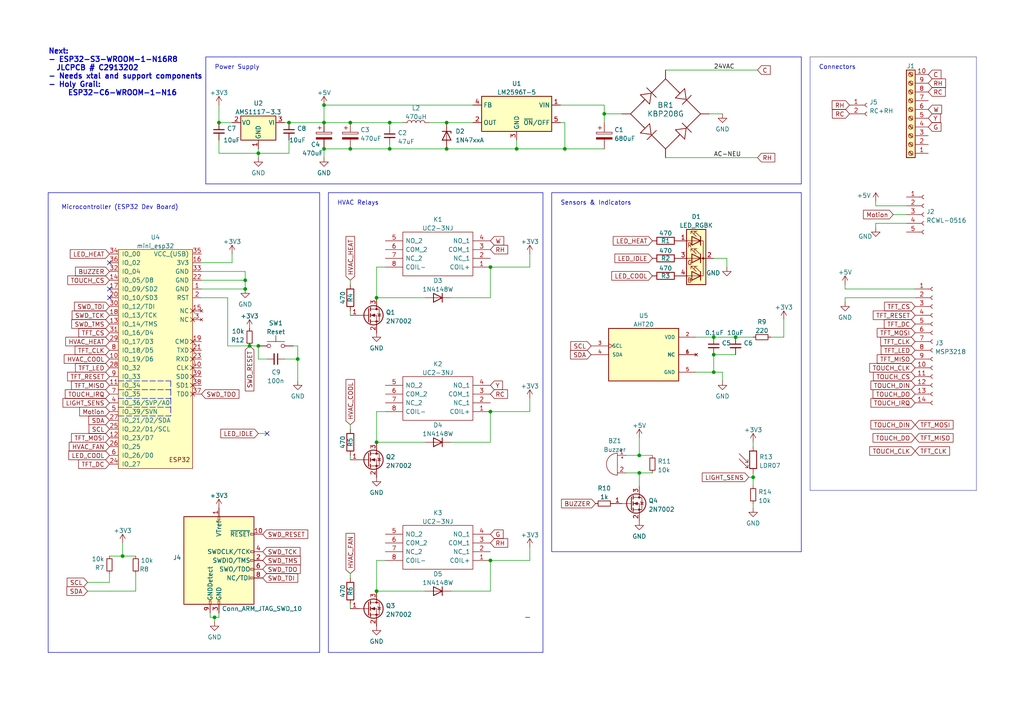
<source format=kicad_sch>
(kicad_sch (version 20211123) (generator eeschema)
  (paper "A4")
  (title_block (title "Smart Thermostat") (date "2023-03-13") (rev "0.02") (company "Steve Meisner") (comment 1 "steve@meisners.net"))
  (junction (at 213.36 97.79))
  (junction (at 142.24 77.47))
  (junction (at 175.26 33.02))
  (junction (at 185.42 132.08))
  (junction (at 207.01 107.95))
  (junction (at 93.98 43.18))
  (junction (at 142.24 119.38))
  (junction (at 71.12 81.28))
  (junction (at 129.54 43.18))
  (junction (at 149.86 43.18))
  (junction (at 163.83 43.18))
  (junction (at 185.42 137.16))
  (junction (at 35.56 161.29))
  (junction (at 218.44 138.43))
  (junction (at 109.22 86.36))
  (junction (at 101.6 43.18))
  (junction (at 109.22 171.45))
  (junction (at 109.22 128.27))
  (junction (at 207.01 97.79))
  (junction (at 101.6 35.56))
  (junction (at 93.98 30.48))
  (junction (at 71.12 83.82))
  (junction (at 113.03 35.56))
  (junction (at 113.03 43.18))
  (junction (at 74.93 44.45))
  (junction (at 72.39 100.33))
  (junction (at 62.23 179.07))
  (junction (at 93.98 35.56))
  (junction (at 142.24 162.56))
  (junction (at 63.5 35.56))
  (junction (at 207.01 102.87))
  (junction (at 86.36 104.14))
  (junction (at 129.54 35.56))
  (junction (at 74.93 100.33))
  (junction (at 83.82 35.56))
  (no_connect (at 31.75 83.82))
  (no_connect (at 31.75 86.36))
  (no_connect (at 77.47 125.73))
  (no_connect (at 31.75 76.2))
  (wire (pts (xy 82.55 35.56) (xy 83.82 35.56)))
  (wire (pts (xy 111.76 77.47) (xy 109.22 77.47)))
  (wire (pts (xy 93.98 35.56) (xy 93.98 30.48)))
  (wire (pts (xy 205.74 33.02) (xy 209.55 33.02)))
  (wire (pts (xy 63.5 44.45) (xy 74.93 44.45)))
  (wire (pts (xy 67.31 35.56) (xy 63.5 35.56)))
  (wire (pts (xy 142.24 86.36) (xy 130.81 86.36)))
  (wire (pts (xy 153.67 119.38) (xy 142.24 119.38)))
  (wire (pts (xy 223.52 97.79) (xy 227.33 97.79)))
  (wire (pts (xy 185.42 132.08) (xy 189.23 132.08)))
  (wire (pts (xy 101.6 166.37) (xy 101.6 167.64)))
  (polyline (pts (xy 232.41 16.51) (xy 232.41 53.34)) (stroke (width 0) (type solid)))
  (wire (pts (xy 207.01 102.87) (xy 213.36 102.87)))
  (wire (pts (xy 185.42 137.16) (xy 185.42 140.97)))
  (wire (pts (xy 254 59.69) (xy 262.89 59.69)))
  (wire (pts (xy 93.98 43.18) (xy 93.98 45.72)))
  (wire (pts (xy 149.86 43.18) (xy 163.83 43.18)))
  (wire (pts (xy 71.12 78.74) (xy 71.12 81.28)))
  (wire (pts (xy 101.6 43.18) (xy 113.03 43.18)))
  (polyline (pts (xy 34.29 113.03) (xy 49.53 113.03)))
  (polyline (pts (xy 59.69 16.51) (xy 59.69 53.34)) (stroke (width 0) (type solid)))
  (wire (pts (xy 66.04 100.33) (xy 72.39 100.33)))
  (wire (pts (xy 245.11 82.55) (xy 245.11 83.82)))
  (wire (pts (xy 63.5 40.64) (xy 63.5 44.45)))
  (wire (pts (xy 213.36 97.79) (xy 218.44 97.79)))
  (polyline (pts (xy 34.29 118.11) (xy 49.53 118.11)))
  (wire (pts (xy 163.83 43.18) (xy 175.26 43.18)))
  (wire (pts (xy 245.11 86.36) (xy 265.43 86.36)))
  (wire (pts (xy 153.67 77.47) (xy 142.24 77.47)))
  (wire (pts (xy 123.19 86.36) (xy 109.22 86.36)))
  (wire (pts (xy 201.93 107.95) (xy 207.01 107.95)))
  (wire (pts (xy 218.44 137.16) (xy 218.44 138.43)))
  (wire (pts (xy 245.11 87.63) (xy 245.11 86.36)))
  (wire (pts (xy 193.04 20.32) (xy 219.71 20.32)))
  (wire (pts (xy 123.19 171.45) (xy 109.22 171.45)))
  (wire (pts (xy 162.56 35.56) (xy 163.83 35.56)))
  (wire (pts (xy 142.24 128.27) (xy 130.81 128.27)))
  (polyline (pts (xy 157.48 189.23) (xy 95.25 189.23)) (stroke (width 0) (type solid)))
  (polyline (pts (xy 232.41 53.34) (xy 59.69 53.34)) (stroke (width 0) (type solid)))
  (wire (pts (xy 254 64.77) (xy 254 66.04)))
  (wire (pts (xy 113.03 35.56) (xy 113.03 36.83)))
  (wire (pts (xy 153.67 115.57) (xy 153.67 119.38)))
  (wire (pts (xy 163.83 35.56) (xy 163.83 43.18)))
  (polyline (pts (xy 49.53 115.57) (xy 49.53 118.11)))
  (wire (pts (xy 93.98 30.48) (xy 137.16 30.48)))
  (wire (pts (xy 181.61 137.16) (xy 185.42 137.16)))
  (wire (pts (xy 111.76 119.38) (xy 109.22 119.38)))
  (wire (pts (xy 62.23 179.07) (xy 62.23 180.34)))
  (polyline (pts (xy 160.02 160.02) (xy 232.41 160.02)) (stroke (width 0) (type solid)))
  (wire (pts (xy 109.22 77.47) (xy 109.22 86.36)))
  (polyline (pts (xy 234.95 16.51) (xy 234.95 142.24)) (stroke (width 0.1) (type solid)))
  (polyline (pts (xy 49.53 113.03) (xy 49.53 115.57)))
  (wire (pts (xy 175.26 33.02) (xy 175.26 35.56)))
  (wire (pts (xy 153.67 158.75) (xy 153.67 162.56)))
  (wire (pts (xy 185.42 132.08) (xy 181.61 132.08)))
  (wire (pts (xy 60.96 179.07) (xy 62.23 179.07)))
  (wire (pts (xy 74.93 125.73) (xy 77.47 125.73)))
  (polyline (pts (xy 59.69 16.51) (xy 232.41 16.51)) (stroke (width 0) (type solid)))
  (wire (pts (xy 207.01 74.93) (xy 210.82 74.93)))
  (wire (pts (xy 74.93 43.18) (xy 74.93 44.45)))
  (wire (pts (xy 113.03 43.18) (xy 129.54 43.18)))
  (wire (pts (xy 31.75 166.37) (xy 31.75 168.91)))
  (polyline (pts (xy 13.97 55.88) (xy 92.71 55.88)) (stroke (width 0) (type solid)))
  (wire (pts (xy 209.55 107.95) (xy 209.55 110.49)))
  (wire (pts (xy 142.24 171.45) (xy 130.81 171.45)))
  (polyline (pts (xy 95.25 55.88) (xy 157.48 55.88)) (stroke (width 0) (type solid)))
  (wire (pts (xy 67.31 76.2) (xy 67.31 73.66)))
  (wire (pts (xy 83.82 35.56) (xy 93.98 35.56)))
  (wire (pts (xy 129.54 43.18) (xy 149.86 43.18)))
  (wire (pts (xy 72.39 100.33) (xy 74.93 100.33)))
  (wire (pts (xy 153.67 162.56) (xy 142.24 162.56)))
  (wire (pts (xy 153.67 73.66) (xy 153.67 77.47)))
  (wire (pts (xy 207.01 102.87) (xy 207.01 107.95)))
  (wire (pts (xy 142.24 162.56) (xy 142.24 171.45)))
  (wire (pts (xy 101.6 132.08) (xy 101.6 133.35)))
  (wire (pts (xy 101.6 81.28) (xy 101.6 82.55)))
  (wire (pts (xy 74.93 44.45) (xy 83.82 44.45)))
  (polyline (pts (xy 34.29 120.65) (xy 49.53 120.65)))
  (wire (pts (xy 262.89 64.77) (xy 254 64.77)))
  (wire (pts (xy 109.22 162.56) (xy 109.22 171.45)))
  (wire (pts (xy 63.5 179.07) (xy 63.5 177.8)))
  (polyline (pts (xy 92.71 189.23) (xy 13.97 189.23)) (stroke (width 0) (type solid)))
  (wire (pts (xy 74.93 104.14) (xy 77.47 104.14)))
  (wire (pts (xy 62.23 179.07) (xy 63.5 179.07)))
  (wire (pts (xy 86.36 104.14) (xy 86.36 110.49)))
  (polyline (pts (xy 157.48 55.88) (xy 157.48 189.23)) (stroke (width 0) (type solid)))
  (wire (pts (xy 71.12 81.28) (xy 71.12 83.82)))
  (wire (pts (xy 185.42 127) (xy 185.42 132.08)))
  (wire (pts (xy 35.56 161.29) (xy 31.75 161.29)))
  (wire (pts (xy 113.03 41.91) (xy 113.03 43.18)))
  (wire (pts (xy 58.42 76.2) (xy 67.31 76.2)))
  (polyline (pts (xy 283.21 142.24) (xy 234.95 142.24)) (stroke (width 0.1) (type solid)))
  (wire (pts (xy 245.11 83.82) (xy 265.43 83.82)))
  (polyline (pts (xy 160.02 55.88) (xy 160.02 160.02)) (stroke (width 0) (type solid)))
  (wire (pts (xy 83.82 44.45) (xy 83.82 40.64)))
  (wire (pts (xy 185.42 137.16) (xy 189.23 137.16)))
  (polyline (pts (xy 49.53 110.49) (xy 49.53 113.03)))
  (wire (pts (xy 60.96 177.8) (xy 60.96 179.07)))
  (wire (pts (xy 162.56 30.48) (xy 175.26 30.48)))
  (wire (pts (xy 175.26 33.02) (xy 180.34 33.02)))
  (wire (pts (xy 142.24 119.38) (xy 142.24 128.27)))
  (polyline (pts (xy 34.29 115.57) (xy 49.53 115.57)))
  (wire (pts (xy 201.93 97.79) (xy 207.01 97.79)))
  (polyline (pts (xy 49.53 118.11) (xy 49.53 120.65)))
  (wire (pts (xy 35.56 157.48) (xy 35.56 161.29)))
  (wire (pts (xy 39.37 166.37) (xy 39.37 171.45)))
  (wire (pts (xy 113.03 35.56) (xy 116.84 35.56)))
  (wire (pts (xy 175.26 30.48) (xy 175.26 33.02)))
  (wire (pts (xy 82.55 104.14) (xy 86.36 104.14)))
  (wire (pts (xy 101.6 90.17) (xy 101.6 91.44)))
  (wire (pts (xy 259.08 62.23) (xy 262.89 62.23)))
  (wire (pts (xy 93.98 35.56) (xy 101.6 35.56)))
  (polyline (pts (xy 34.29 110.49) (xy 49.53 110.49)))
  (wire (pts (xy 254 58.42) (xy 254 59.69)))
  (wire (pts (xy 142.24 77.47) (xy 142.24 86.36)))
  (wire (pts (xy 129.54 35.56) (xy 137.16 35.56)))
  (wire (pts (xy 227.33 97.79) (xy 227.33 92.71)))
  (polyline (pts (xy 234.95 16.51) (xy 283.21 16.51)) (stroke (width 0.1) (type solid) (color 0 0 0 1)))
  (wire (pts (xy 149.86 43.18) (xy 149.86 40.64)))
  (wire (pts (xy 58.42 81.28) (xy 71.12 81.28)))
  (wire (pts (xy 210.82 74.93) (xy 210.82 77.47)))
  (wire (pts (xy 58.42 78.74) (xy 71.12 78.74)))
  (polyline (pts (xy 92.71 55.88) (xy 92.71 189.23)) (stroke (width 0) (type solid)))
  (wire (pts (xy 39.37 171.45) (xy 25.4 171.45)))
  (polyline (pts (xy 152.4 179.07) (xy 153.67 179.07)))
  (wire (pts (xy 207.01 107.95) (xy 209.55 107.95)))
  (polyline (pts (xy 13.97 189.23) (xy 13.97 55.88)) (stroke (width 0) (type solid)))
  (wire (pts (xy 109.22 119.38) (xy 109.22 128.27)))
  (polyline (pts (xy 283.21 16.51) (xy 283.21 142.24)) (stroke (width 0.1) (type solid)))
  (wire (pts (xy 101.6 175.26) (xy 101.6 176.53)))
  (wire (pts (xy 74.93 104.14) (xy 74.93 100.33)))
  (wire (pts (xy 124.46 35.56) (xy 129.54 35.56)))
  (wire (pts (xy 207.01 97.79) (xy 213.36 97.79)))
  (wire (pts (xy 217.17 138.43) (xy 218.44 138.43)))
  (wire (pts (xy 123.19 128.27) (xy 109.22 128.27)))
  (wire (pts (xy 85.09 100.33) (xy 86.36 100.33)))
  (wire (pts (xy 101.6 123.19) (xy 101.6 124.46)))
  (polyline (pts (xy 160.02 55.88) (xy 232.41 55.88)) (stroke (width 0) (type solid)))
  (wire (pts (xy 193.04 45.72) (xy 219.71 45.72)))
  (wire (pts (xy 93.98 43.18) (xy 101.6 43.18)))
  (wire (pts (xy 58.42 83.82) (xy 71.12 83.82)))
  (wire (pts (xy 63.5 35.56) (xy 63.5 30.48)))
  (wire (pts (xy 31.75 168.91) (xy 25.4 168.91)))
  (wire (pts (xy 218.44 128.27) (xy 218.44 129.54)))
  (wire (pts (xy 218.44 146.05) (xy 218.44 147.32)))
  (wire (pts (xy 35.56 161.29) (xy 39.37 161.29)))
  (polyline (pts (xy 95.25 55.88) (xy 95.25 189.23)) (stroke (width 0) (type solid)))
  (polyline (pts (xy 232.41 160.02) (xy 232.41 55.88)) (stroke (width 0) (type solid)))
  (wire (pts (xy 74.93 44.45) (xy 74.93 45.72)))
  (wire (pts (xy 101.6 35.56) (xy 113.03 35.56)))
  (wire (pts (xy 66.04 86.36) (xy 66.04 100.33)))
  (wire (pts (xy 111.76 162.56) (xy 109.22 162.56)))
  (wire (pts (xy 58.42 86.36) (xy 66.04 86.36)))
  (wire (pts (xy 218.44 138.43) (xy 218.44 140.97)))
  (wire (pts (xy 86.36 100.33) (xy 86.36 104.14)))
  (text "Next:\n- ESP32-S3-WROOM-1-N16R8\n  JLCPCB # C2913202\n- Needs xtal and support components\n- Holy Grail: \n	ESP32-C6-WROOM-1-N16" (at 13.97 27.94 0) (effects (font (size 1.5 1.5) (thickness 0.3) bold) (justify left bottom)))
  (text "Connectors" (at 237.49 20.32 0) (effects (font (size 1.27 1.27)) (justify left bottom)))
  (text "Sensors & Indicators" (at 162.56 59.69 0) (effects (font (size 1.27 1.27)) (justify left bottom)))
  (text "HVAC Relays" (at 97.79 59.69 0) (effects (font (size 1.27 1.27)) (justify left bottom)))
  (text "Microcontroller (ESP32 Dev Board)" (at 17.78 60.96 0) (effects (font (size 1.27 1.27)) (justify left bottom)))
  (text "Power Supply" (at 62.23 20.32 0) (effects (font (size 1.27 1.27)) (justify left bottom)))
  (label "24VAC" (at 207.01 20.32 0))
  (label "AC-NEU" (at 207.01 45.72 0))
  (global_label "TOUCH_DO" (shape input) (at 265.43 114.3 180) (property "Intersheet References" "${INTERSHEET_REFS}" (effects hide)))
  (global_label "TFT_DC" (shape input) (at 265.43 93.98 180) (property "Intersheet References" "${INTERSHEET_REFS}" (effects hide)))
  (global_label "BUZZER" (shape input) (at 31.75 78.74 180) (property "Intersheet References" "${INTERSHEET_REFS}" (effects hide)))
  (global_label "TFT_CLK" (shape input) (at 265.43 99.06 180) (property "Intersheet References" "${INTERSHEET_REFS}" (effects hide)))
  (global_label "TFT_LED" (shape input) (at 31.75 106.68 180) (property "Intersheet References" "${INTERSHEET_REFS}" (effects hide)))
  (global_label "RH" (shape input) (at 142.24 157.48 0) (property "Intersheet References" "${INTERSHEET_REFS}" (effects hide)))
  (global_label "SWD_TDO" (shape input) (at 76.2 165.1 0) (property "Intersheet References" "${INTERSHEET_REFS}" (effects hide)))
  (global_label "HVAC_FAN" (shape input) (at 31.75 129.54 180) (property "Intersheet References" "${INTERSHEET_REFS}" (effects hide)))
  (global_label "SWD_TCK" (shape input) (at 76.2 160.02 0) (property "Intersheet References" "${INTERSHEET_REFS}" (effects hide)))
  (global_label "TFT_MOSI" (shape input) (at 265.43 96.52 180) (property "Intersheet References" "${INTERSHEET_REFS}" (effects hide)))
  (global_label "C" (shape input) (at 269.24 21.59 0) (property "Intersheet References" "${INTERSHEET_REFS}" (effects hide)))
  (global_label "TFT_MISO" (shape input) (at 265.43 104.14 180) (property "Intersheet References" "${INTERSHEET_REFS}" (effects hide)))
  (global_label "SWD_RESET" (shape input) (at 76.2 154.94 0) (property "Intersheet References" "${INTERSHEET_REFS}" (effects hide)))
  (global_label "TFT_DC" (shape input) (at 31.75 134.62 180) (property "Intersheet References" "${INTERSHEET_REFS}" (effects hide)))
  (global_label "SCL" (shape input) (at 171.45 100.33 180) (property "Intersheet References" "${INTERSHEET_REFS}" (effects hide)))
  (global_label "SDA" (shape input) (at 31.75 121.92 180) (property "Intersheet References" "${INTERSHEET_REFS}" (effects hide)))
  (global_label "TFT_CS" (shape input) (at 265.43 88.9 180) (property "Intersheet References" "${INTERSHEET_REFS}" (effects hide)))
  (global_label "TFT_CS" (shape input) (at 31.75 96.52 180) (property "Intersheet References" "${INTERSHEET_REFS}" (effects hide)))
  (global_label "RC" (shape input) (at 142.24 114.3 0) (property "Intersheet References" "${INTERSHEET_REFS}" (effects hide)))
  (global_label "W" (shape input) (at 269.24 31.75 0) (property "Intersheet References" "${INTERSHEET_REFS}" (effects hide)))
  (global_label "HVAC_COOL" (shape input) (at 31.75 104.14 180) (property "Intersheet References" "${INTERSHEET_REFS}" (effects hide)))
  (global_label "TFT_CLK" (shape input) (at 31.75 101.6 180) (property "Intersheet References" "${INTERSHEET_REFS}" (effects hide)))
  (global_label "W" (shape input) (at 142.24 69.85 0) (property "Intersheet References" "${INTERSHEET_REFS}" (effects hide)))
  (global_label "TFT_MOSI" (shape input) (at 265.43 123.19 0) (property "Intersheet References" "${INTERSHEET_REFS}" (effects hide)))
  (global_label "LED_IDLE" (shape input) (at 74.93 125.73 180) (property "Intersheet References" "${INTERSHEET_REFS}" (effects hide)))
  (global_label "LED_HEAT" (shape input) (at 31.75 73.66 180) (property "Intersheet References" "${INTERSHEET_REFS}" (effects hide)))
  (global_label "TFT_CLK" (shape input) (at 265.43 130.81 0) (property "Intersheet References" "${INTERSHEET_REFS}" (effects hide)))
  (global_label "TFT_RESET" (shape input) (at 265.43 91.44 180) (property "Intersheet References" "${INTERSHEET_REFS}" (effects hide)))
  (global_label "LIGHT_SENS" (shape input) (at 217.17 138.43 180) (property "Intersheet References" "${INTERSHEET_REFS}" (effects hide)))
  (global_label "RH" (shape input) (at 219.71 45.72 0) (property "Intersheet References" "${INTERSHEET_REFS}" (effects hide)))
  (global_label "SWD_TMS" (shape input) (at 76.2 162.56 0) (property "Intersheet References" "${INTERSHEET_REFS}" (effects hide)))
  (global_label "SDA" (shape input) (at 25.4 171.45 180) (property "Intersheet References" "${INTERSHEET_REFS}" (effects hide)))
  (global_label "TFT_MOSI" (shape input) (at 31.75 127 180) (property "Intersheet References" "${INTERSHEET_REFS}" (effects hide)))
  (global_label "Motion" (shape input) (at 31.75 119.38 180) (property "Intersheet References" "${INTERSHEET_REFS}" (effects hide)))
  (global_label "SCL" (shape input) (at 25.4 168.91 180) (property "Intersheet References" "${INTERSHEET_REFS}" (effects hide)))
  (global_label "LED_HEAT" (shape input) (at 189.23 69.85 180) (property "Intersheet References" "${INTERSHEET_REFS}" (effects hide)))
  (global_label "Y" (shape input) (at 269.24 34.29 0) (property "Intersheet References" "${INTERSHEET_REFS}" (effects hide)))
  (global_label "RC" (shape input) (at 269.24 26.67 0) (property "Intersheet References" "${INTERSHEET_REFS}" (effects hide)))
  (global_label "SDA" (shape input) (at 171.45 102.87 180) (property "Intersheet References" "${INTERSHEET_REFS}" (effects hide)))
  (global_label "TFT_MISO" (shape input) (at 31.75 111.76 180) (property "Intersheet References" "${INTERSHEET_REFS}" (effects hide)))
  (global_label "RC" (shape input) (at 246.38 33.02 180) (property "Intersheet References" "${INTERSHEET_REFS}" (effects hide)))
  (global_label "SCL" (shape input) (at 31.75 124.46 180) (property "Intersheet References" "${INTERSHEET_REFS}" (effects hide)))
  (global_label "Motion" (shape input) (at 259.08 62.23 180) (property "Intersheet References" "${INTERSHEET_REFS}" (effects hide)))
  (global_label "TOUCH_CS" (shape input) (at 31.75 81.28 180) (property "Intersheet References" "${INTERSHEET_REFS}" (effects hide)))
  (global_label "TOUCH_DIN" (shape input) (at 265.43 111.76 180) (property "Intersheet References" "${INTERSHEET_REFS}" (effects hide)))
  (global_label "SWD_TDI" (shape input) (at 76.2 167.64 0) (property "Intersheet References" "${INTERSHEET_REFS}" (effects hide)))
  (global_label "TFT_LED" (shape input) (at 265.43 101.6 180) (property "Intersheet References" "${INTERSHEET_REFS}" (effects hide)))
  (global_label "HVAC_HEAT" (shape input) (at 101.6 81.28 90) (property "Intersheet References" "${INTERSHEET_REFS}" (effects hide)))
  (global_label "TFT_RESET" (shape input) (at 31.75 109.22 180) (property "Intersheet References" "${INTERSHEET_REFS}" (effects hide)))
  (global_label "C" (shape input) (at 219.71 20.32 0) (property "Intersheet References" "${INTERSHEET_REFS}" (effects hide)))
  (global_label "TOUCH_CLK" (shape input) (at 265.43 130.81 180) (property "Intersheet References" "${INTERSHEET_REFS}" (effects hide)))
  (global_label "SWD_TDI" (shape input) (at 31.75 88.9 180) (property "Intersheet References" "${INTERSHEET_REFS}" (effects hide)))
  (global_label "G" (shape input) (at 142.24 154.94 0) (property "Intersheet References" "${INTERSHEET_REFS}" (effects hide)))
  (global_label "LIGHT_SENS" (shape input) (at 31.75 116.84 180) (property "Intersheet References" "${INTERSHEET_REFS}" (effects hide)))
  (global_label "HVAC_HEAT" (shape input) (at 31.75 99.06 180) (property "Intersheet References" "${INTERSHEET_REFS}" (effects hide)))
  (global_label "TOUCH_CLK" (shape input) (at 265.43 106.68 180) (property "Intersheet References" "${INTERSHEET_REFS}" (effects hide)))
  (global_label "G" (shape input) (at 269.24 36.83 0) (property "Intersheet References" "${INTERSHEET_REFS}" (effects hide)))
  (global_label "TOUCH_DO" (shape input) (at 265.43 127 180) (property "Intersheet References" "${INTERSHEET_REFS}" (effects hide)))
  (global_label "LED_IDLE" (shape input) (at 189.23 74.93 180) (property "Intersheet References" "${INTERSHEET_REFS}" (effects hide)))
  (global_label "BUZZER" (shape input) (at 172.72 146.05 180) (property "Intersheet References" "${INTERSHEET_REFS}" (effects hide)))
  (global_label "TOUCH_DIN" (shape input) (at 265.43 123.19 180) (property "Intersheet References" "${INTERSHEET_REFS}" (effects hide)))
  (global_label "TOUCH_IRQ" (shape input) (at 265.43 116.84 180) (property "Intersheet References" "${INTERSHEET_REFS}" (effects hide)))
  (global_label "TOUCH_CS" (shape input) (at 265.43 109.22 180) (property "Intersheet References" "${INTERSHEET_REFS}" (effects hide)))
  (global_label "TOUCH_IRQ" (shape input) (at 31.75 114.3 180) (property "Intersheet References" "${INTERSHEET_REFS}" (effects hide)))
  (global_label "RH" (shape input) (at 142.24 72.39 0) (property "Intersheet References" "${INTERSHEET_REFS}" (effects hide)))
  (global_label "HVAC_FAN" (shape input) (at 101.6 166.37 90) (property "Intersheet References" "${INTERSHEET_REFS}" (effects hide)))
  (global_label "LED_COOL" (shape input) (at 31.75 132.08 180) (property "Intersheet References" "${INTERSHEET_REFS}" (effects hide)))
  (global_label "RH" (shape input) (at 246.38 30.48 180) (property "Intersheet References" "${INTERSHEET_REFS}" (effects hide)))
  (global_label "Y" (shape input) (at 142.24 111.76 0) (property "Intersheet References" "${INTERSHEET_REFS}" (effects hide)))
  (global_label "RH" (shape input) (at 269.24 24.13 0) (property "Intersheet References" "${INTERSHEET_REFS}" (effects hide)))
  (global_label "SWD_TMS" (shape input) (at 31.75 93.98 180) (property "Intersheet References" "${INTERSHEET_REFS}" (effects hide)))
  (global_label "TFT_MISO" (shape input) (at 265.43 127 0) (property "Intersheet References" "${INTERSHEET_REFS}" (effects hide)))
  (global_label "HVAC_COOL" (shape input) (at 101.6 123.19 90) (property "Intersheet References" "${INTERSHEET_REFS}" (effects hide)))
  (global_label "LED_COOL" (shape input) (at 189.23 80.01 180) (property "Intersheet References" "${INTERSHEET_REFS}" (effects hide)))
  (global_label "SWD_TDO" (shape input) (at 58.42 114.3 0) (property "Intersheet References" "${INTERSHEET_REFS}" (effects hide)))
  (global_label "SWD_RESET" (shape input) (at 72.39 100.33 270) (property "Intersheet References" "${INTERSHEET_REFS}" (effects hide)))
  (global_label "SWD_TCK" (shape input) (at 31.75 91.44 180) (property "Intersheet References" "${INTERSHEET_REFS}" (effects hide)))
  (symbol (lib_id "power:GND") (at 71.12 83.82 0) (unit 1)
    (property "Reference" "#PWR0114" (effects hide))
    (property "Value" "GND" (at 71.12 88.2634 0))
  )
  (symbol (lib_id "Device:L") (at 120.65 35.56 90) (unit 1)
    (property "Reference" "L2" (at 120.65 31.3522 90))
    (property "Value" "470uH" (at 120.65 33.8891 90))
    (property "Footprint" "Custom Footprints:IND_CDRH127_LDNP-470MC_SUM" (effects hide))
    (property "LCSC" "C2453850" (effects hide))
  )
  (symbol (lib_id "AHT20:AHT20") (at 186.69 102.87 0) (unit 1)
    (property "Reference" "U5" (at 186.69 91.5502 0))
    (property "Value" "AHT20" (at 186.69 94.0871 0))
    (property "Footprint" "Custom Footprints:AHT20" (effects hide))
    (property "MANUFACTURER" "Asair" (effects hide))
    (property "MAXIMUM_PACKAGE_HEIGHT" "1.1mm" (effects hide))
    (property "STANDARD" "IPC 7351B" (effects hide))
    (property "PARTREV" "V1.0" (effects hide))
    (property "LCSC" "C2757850" (effects hide))
  )
  (symbol (lib_id "2022-12-26_15-59-50:KBP206G") (at 180.34 33.02 0) (unit 1) (in_bom no)
    (property "Reference" "BR1" (at 193.04 30.48 0) (effects (font (size 1.524 1.524))))
    (property "Value" "KBP208G" (at 193.04 33.02 0) (effects (font (size 1.524 1.524))))
    (property "Footprint" "Custom Footprints:KBP208G" (effects hide))
  )
  (symbol (lib_id "Transistor_FET:2N7002") (at 106.68 176.53 0) (unit 1)
    (property "Reference" "Q3" (at 111.887 175.6953 0) (effects (justify left)))
    (property "Value" "2N7002" (at 111.887 178.2322 0) (effects (justify left)))
    (property "Footprint" "Package_TO_SOT_SMD:SOT-23" (effects hide))
    (property "Datasheet" "https://www.onsemi.com/pub/Collateral/NDS7002A-D.PDF" (effects hide))
    (property "LCSC" "C8545" (effects hide))
  )
  (symbol (lib_id "Device:R_Small") (at 189.23 134.62 180) (unit 1)
    (property "Reference" "R11" (at 190.7286 133.7853 0) (effects (justify right)))
    (property "Value" "10k" (at 190.7286 136.3222 0) (effects (justify right)))
    (property "Footprint" "Resistor_SMD:R_0603_1608Metric" (effects hide))
    (property "LCSC" "C25804" (effects hide))
  )
  (symbol (lib_id "Device:R") (at 193.04 80.01 90) (unit 1)
    (property "Reference" "R3" (at 193.04 80.01 90))
    (property "Value" "470" (at 193.04 77.8311 90))
    (property "Footprint" "Resistor_SMD:R_0603_1608Metric" (effects hide))
    (property "LCSC" "C23179" (effects hide))
  )
  (symbol (lib_id "Device:C_Polarized") (at 93.98 39.37 0) (unit 1) (in_bom no)
    (property "Reference" "C4" (at 90.17 41.91 0) (effects (justify left)))
    (property "Value" "470uF" (at 87.63 44.45 0) (effects (justify left)))
    (property "Footprint" "Capacitor_THT:CP_Radial_D6.3mm_P2.50mm" (effects hide))
  )
  (symbol (lib_id "Custom Parts:UC2-3NJ") (at 142.24 162.56 180) (unit 1) (in_bom no)
    (property "Reference" "K3" (at 127 148.751 0))
    (property "Value" "UC2-3NJ" (at 127 151.2879 0))
    (property "Footprint" "Custom Footprints:UC23NJ" (effects hide))
    (property "Datasheet" "https://content.kemet.com/datasheets/KEM_R7005_UC2_UD2.pdf" (effects hide))
    (property "Description" "KEMET, UC2, Relays, Signal, 3 V, 220 V, 250 VAC, 1 A, 100 mOhms, 1 GOhms, 10.6mm, 6.5mm, 5.3mm" (effects hide))
    (property "Height" "5.3" (effects hide))
    (property "Mouser Part Number" "551-UC2-3NJ" (effects hide))
    (property "Mouser Price/Stock" "https://www.mouser.co.uk/ProductDetail/KEMET/UC2-3NJ?qs=rjnFDYRVT0pG6uPYp31kIg%3D%3D" (effects hide))
    (property "Manufacturer_Name" "KEMET" (effects hide))
    (property "Manufacturer_Part_Number" "UC2-3NJ" (effects hide))
  )
  (symbol (lib_id "Device:C_Polarized") (at 101.6 39.37 0) (unit 1) (in_bom no)
    (property "Reference" "C3" (at 104.521 37.6463 0) (effects (justify left)))
    (property "Value" "470uF" (at 104.521 40.1832 0) (effects (justify left)))
    (property "Footprint" "Capacitor_THT:CP_Radial_D6.3mm_P2.50mm" (effects hide))
  )
  (symbol (lib_id "power:GND") (at 62.23 180.34 0) (unit 1)
    (property "Reference" "#PWR0129" (effects hide))
    (property "Value" "GND" (at 62.23 184.7834 0))
  )
  (symbol (lib_id "power:GND") (at 109.22 96.52 0) (unit 1)
    (property "Reference" "#PWR0109" (effects hide))
    (property "Value" "GND" (at 109.22 100.9634 0))
  )
  (symbol (lib_id "Device:R") (at 193.04 69.85 90) (unit 1)
    (property "Reference" "R1" (at 193.04 69.85 90))
    (property "Value" "470" (at 193.04 67.6711 90))
    (property "Footprint" "Resistor_SMD:R_0603_1608Metric" (effects hide))
    (property "LCSC" "C23179" (effects hide))
  )
  (symbol (lib_id "power:GND") (at 109.22 181.61 0) (unit 1)
    (property "Reference" "#PWR0120" (effects hide))
    (property "Value" "GND" (at 109.22 186.0534 0))
  )
  (symbol (lib_id "Diode:1N4148W") (at 127 86.36 180) (unit 1)
    (property "Reference" "D3" (at 127 81.3902 0))
    (property "Value" "1N4148W" (at 127 83.9271 0))
    (property "Footprint" "Diode_SMD:D_SOD-123" (effects hide))
    (property "Datasheet" "https://www.vishay.com/docs/85748/1n4148w.pdf" (effects hide))
    (property "LCSC" "C81598" (effects hide))
  )
  (symbol (lib_name "+3V3_2") (lib_id "power:+3V3") (at 153.67 115.57 0) (unit 1)
    (property "Reference" "#PWR0108" (effects hide))
    (property "Value" "+3V3" (at 153.67 111.9942 0))
  )
  (symbol (lib_name "+3V3_1") (lib_id "power:+3V3") (at 67.31 73.66 0) (unit 1)
    (property "Reference" "#PWR0115" (effects hide))
    (property "Value" "+3V3" (at 67.31 70.0842 0))
  )
  (symbol (lib_id "Device:R") (at 101.6 86.36 180) (unit 1)
    (property "Reference" "R4" (at 101.6 86.36 90))
    (property "Value" "470" (at 99.4211 86.36 90))
    (property "Footprint" "Resistor_SMD:R_0603_1608Metric" (effects hide))
    (property "LCSC" "C23179" (effects hide))
  )
  (symbol (lib_id "Device:R") (at 193.04 74.93 90) (unit 1)
    (property "Reference" "R2" (at 193.04 74.93 90))
    (property "Value" "470" (at 193.04 72.7511 90))
    (property "Footprint" "Resistor_SMD:R_0603_1608Metric" (effects hide))
    (property "LCSC" "C23179" (effects hide))
  )
  (symbol (lib_id "power:+3V3") (at 218.44 128.27 0) (unit 1)
    (property "Reference" "#PWR0122" (effects hide))
    (property "Value" "+3V3" (at 218.44 124.6942 0))
  )
  (symbol (lib_id "Connector:Conn_01x14_Female") (at 270.51 99.06 0) (unit 1) (in_bom no)
    (property "Reference" "J3" (at 271.2212 99.4953 0) (effects (justify left)))
    (property "Value" "MSP3218" (at 271.2212 102.0322 0) (effects (justify left)))
    (property "Footprint" "Connector_PinSocket_2.54mm:PinSocket_1x14_P2.54mm_Vertical" (effects hide))
  )
  (symbol (lib_id "power:GND") (at 74.93 45.72 0) (unit 1)
    (property "Reference" "#PWR0116" (effects hide))
    (property "Value" "GND" (at 74.93 50.1634 0))
  )
  (symbol (lib_id "power:+5V") (at 245.11 82.55 0) (unit 1)
    (property "Reference" "#PWR0107" (effects hide))
    (property "Value" "+5V" (at 245.11 78.9742 0))
  )
  (symbol (lib_id "Device:C_Small") (at 63.5 38.1 0) (unit 1)
    (property "Reference" "C7" (at 65.8241 37.2716 0) (effects (justify left)))
    (property "Value" "10uF" (at 64.77 40.64 0) (effects (justify left)))
    (property "Footprint" "Capacitor_SMD:C_0603_1608Metric" (effects hide))
    (property "LCSC" "C96446" (effects hide))
  )
  (symbol (lib_id "power:GND") (at 210.82 77.47 0) (mirror y) (unit 1)
    (property "Reference" "#PWR0103" (effects hide))
    (property "Value" "GND" (at 208.915 79.1738 0) (effects (justify left)))
  )
  (symbol (lib_id "power:+5V") (at 185.42 127 0) (unit 1)
    (property "Reference" "#PWR0125" (effects hide))
    (property "Value" "+5V" (at 185.42 123.4242 0))
  )
  (symbol (lib_id "Device:R") (at 101.6 128.27 180) (unit 1)
    (property "Reference" "R5" (at 101.6 128.27 90))
    (property "Value" "470" (at 99.4211 128.27 90))
    (property "Footprint" "Resistor_SMD:R_0603_1608Metric" (effects hide))
    (property "LCSC" "C23179" (effects hide))
  )
  (symbol (lib_id "Device:LED_RGBK") (at 201.93 74.93 0) (mirror y) (unit 1)
    (property "Reference" "D1" (at 201.93 62.8482 0))
    (property "Value" "LED_RGBK" (at 201.93 65.3851 0))
    (property "Footprint" "LED_THT:LED_D5.0mm-4_RGB" (effects hide))
  )
  (symbol (lib_id "Transistor_FET:2N7002") (at 182.88 146.05 0) (unit 1)
    (property "Reference" "Q4" (at 188.087 145.2153 0) (effects (justify left)))
    (property "Value" "2N7002" (at 188.087 147.7522 0) (effects (justify left)))
    (property "Footprint" "Package_TO_SOT_SMD:SOT-23" (effects hide))
    (property "Datasheet" "https://www.onsemi.com/pub/Collateral/NDS7002A-D.PDF" (effects hide))
    (property "LCSC" "C8545" (effects hide))
  )
  (symbol (lib_id "Device:R_Small") (at 220.98 97.79 90) (unit 1)
    (property "Reference" "R9" (at 220.98 93.3536 90))
    (property "Value" "220" (at 220.98 95.8905 90))
    (property "Footprint" "Resistor_SMD:R_0603_1608Metric" (effects hide))
    (property "LCSC" "C22962" (effects hide))
  )
  (symbol (lib_id "Diode:1N47xxA") (at 129.54 39.37 270) (unit 1) (in_bom no)
    (property "Reference" "D2" (at 132.08 38.1 90) (effects (justify left)))
    (property "Value" "1N47xxA" (at 132.08 40.64 90) (effects (justify left)))
    (property "Footprint" "Diode_THT:D_DO-201AD_P15.24mm_Horizontal" (effects hide))
    (property "Datasheet" "https://www.vishay.com/docs/85816/1n4728a.pdf" (effects hide))
  )
  (symbol (lib_id "Device:R_Small") (at 175.26 146.05 90) (unit 1)
    (property "Reference" "R10" (at 175.26 141.6136 90))
    (property "Value" "1k" (at 175.26 144.1505 90))
    (property "Footprint" "Resistor_SMD:R_0603_1608Metric" (effects hide))
    (property "LCSC" "C21190" (effects hide))
    (property "Old LCSC" "C4410" (effects hide))
  )
  (symbol (lib_id "power:GND") (at 218.44 147.32 0) (unit 1)
    (property "Reference" "#PWR0124" (effects hide))
    (property "Value" "GND" (at 218.44 151.7634 0))
  )
  (symbol (lib_id "Device:C_Small") (at 113.03 39.37 0) (unit 1) (in_bom no)
    (property "Reference" "C2" (at 115.3541 38.5416 0) (effects (justify left)))
    (property "Value" "47uF" (at 115.3541 41.0785 0) (effects (justify left)))
    (property "Footprint" "Capacitor_THT:C_Disc_D7.5mm_W5.0mm_P5.00mm" (effects hide))
  )
  (symbol (lib_id "Device:R_Small") (at 218.44 143.51 180) (unit 1)
    (property "Reference" "R14" (at 219.9386 142.6753 0) (effects (justify right)))
    (property "Value" "10k" (at 219.9386 145.2122 0) (effects (justify right)))
    (property "Footprint" "Resistor_SMD:R_0603_1608Metric" (effects hide))
    (property "LCSC" "C25804" (effects hide))
  )
  (symbol (lib_name "+3V3_2") (lib_id "power:+3V3") (at 153.67 73.66 0) (unit 1)
    (property "Reference" "#PWR0121" (effects hide))
    (property "Value" "+3V3" (at 153.67 70.0842 0))
  )
  (symbol (lib_id "Sensor_Optical:LDR07") (at 218.44 133.35 0) (unit 1)
    (property "Reference" "R13" (at 220.218 132.5153 0) (effects (justify left)))
    (property "Value" "LDR07" (at 220.218 135.0522 0) (effects (justify left)))
    (property "Footprint" "OptoDevice:R_LDR_5.1x4.3mm_P3.4mm_Vertical" (effects hide))
    (property "Datasheet" "http://www.tme.eu/de/Document/f2e3ad76a925811312d226c31da4cd7e/LDR07.pdf" (effects hide))
  )
  (symbol (lib_id "Transistor_FET:2N7002") (at 106.68 91.44 0) (unit 1)
    (property "Reference" "Q1" (at 111.887 90.6053 0) (effects (justify left)))
    (property "Value" "2N7002" (at 111.887 93.1422 0) (effects (justify left)))
    (property "Footprint" "Package_TO_SOT_SMD:SOT-23" (effects hide))
    (property "Datasheet" "https://www.onsemi.com/pub/Collateral/NDS7002A-D.PDF" (effects hide))
    (property "LCSC" "C8545" (effects hide))
  )
  (symbol (lib_id "power:GND") (at 254 66.04 0) (unit 1)
    (property "Reference" "#PWR0101" (effects hide))
    (property "Value" "GND" (at 248.92 68.58 0) (effects (justify left)))
  )
  (symbol (lib_name "+3V3_2") (lib_id "power:+3V3") (at 153.67 158.75 0) (unit 1)
    (property "Reference" "#PWR0119" (effects hide))
    (property "Value" "+3V3" (at 153.67 155.1742 0))
  )
  (symbol (lib_id "power:GND") (at 209.55 110.49 0) (unit 1)
    (property "Reference" "#PWR0104" (effects hide))
    (property "Value" "GND" (at 209.55 114.9334 0))
  )
  (symbol (lib_id "Diode:1N4148W") (at 127 171.45 180) (unit 1)
    (property "Reference" "D5" (at 127 166.4802 0))
    (property "Value" "1N4148W" (at 127 169.0171 0))
    (property "Footprint" "Diode_SMD:D_SOD-123" (effects hide))
    (property "Datasheet" "https://www.vishay.com/docs/85748/1n4148w.pdf" (effects hide))
    (property "LCSC" "C81598" (effects hide))
  )
  (symbol (lib_id "Device:C_Small") (at 80.01 104.14 270) (unit 1)
    (property "Reference" "C9" (at 78.74 107.95 90) (effects (justify left)))
    (property "Value" "100n" (at 77.47 110.49 90) (effects (justify left)))
    (property "Footprint" "Capacitor_SMD:C_0603_1608Metric" (effects hide))
    (property "LCSC" "C96446" (effects hide))
  )
  (symbol (lib_id "Connector:Screw_Terminal_01x10") (at 264.16 34.29 180) (unit 1) (in_bom no)
    (property "Reference" "J1" (at 264.16 19.1572 0))
    (property "Value" "Screw_Terminal_01x10" (effects hide))
    (property "Footprint" "TerminalBlock_Phoenix:TerminalBlock_Phoenix_MPT-0,5-10-2.54_1x10_P2.54mm_Horizontal" (effects hide))
  )
  (symbol (lib_id "Custom Parts:UC2-3NJ") (at 142.24 77.47 180) (unit 1) (in_bom no)
    (property "Reference" "K1" (at 127 63.661 0))
    (property "Value" "UC2-3NJ" (at 127 66.1979 0))
    (property "Footprint" "Custom Footprints:UC23NJ" (effects hide))
    (property "Datasheet" "https://content.kemet.com/datasheets/KEM_R7005_UC2_UD2.pdf" (effects hide))
    (property "Description" "KEMET, UC2, Relays, Signal, 3 V, 220 V, 250 VAC, 1 A, 100 mOhms, 1 GOhms, 10.6mm, 6.5mm, 5.3mm" (effects hide))
    (property "Height" "5.3" (effects hide))
    (property "Mouser Part Number" "551-UC2-3NJ" (effects hide))
    (property "Mouser Price/Stock" "https://www.mouser.co.uk/ProductDetail/KEMET/UC2-3NJ?qs=rjnFDYRVT0pG6uPYp31kIg%3D%3D" (effects hide))
    (property "Manufacturer_Name" "KEMET" (effects hide))
    (property "Manufacturer_Part_Number" "UC2-3NJ" (effects hide))
  )
  (symbol (lib_id "power:+5V") (at 93.98 30.48 0) (unit 1)
    (property "Reference" "#PWR0113" (effects hide))
    (property "Value" "+5V" (at 93.98 26.9042 0))
  )
  (symbol (lib_id "power:GND") (at 245.11 87.63 0) (unit 1)
    (property "Reference" "#PWR0106" (effects hide))
    (property "Value" "GND" (at 245.11 92.0734 0))
  )
  (symbol (lib_id "Connector:Conn_ARM_JTAG_SWD_10") (at 63.5 162.56 0) (unit 1)
    (property "Reference" "J4" (at 52.578 161.7253 0) (effects (justify right)))
    (property "Value" "Conn_ARM_JTAG_SWD_10" (at 87.63 176.53 0) (effects (justify right)))
    (property "Footprint" "Connector_PinHeader_1.27mm:PinHeader_2x05_P1.27mm_Vertical_SMD" (effects hide))
    (property "Datasheet" "http://infocenter.arm.com/help/topic/com.arm.doc.ddi0314h/DDI0314H_coresight_components_trm.pdf" (effects hide))
  )
  (symbol (lib_id "Regulator_Linear:AMS1117-3.3") (at 74.93 35.56 0) (mirror y) (unit 1)
    (property "Reference" "U2" (at 74.93 29.9552 0))
    (property "Value" "AMS1117-3.3" (at 74.93 32.4921 0))
    (property "Footprint" "Package_TO_SOT_SMD:SOT-223-3_TabPin2" (effects hide))
    (property "Datasheet" "http://www.advanced-monolithic.com/pdf/ds1117.pdf" (effects hide))
    (property "LCSC" "C6186" (effects hide))
  )
  (symbol (lib_id "Diode:1N4148W") (at 127 128.27 180) (unit 1)
    (property "Reference" "D4" (at 127 123.3002 0))
    (property "Value" "1N4148W" (at 127 125.8371 0))
    (property "Footprint" "Diode_SMD:D_SOD-123" (effects hide))
    (property "Datasheet" "https://www.vishay.com/docs/85748/1n4148w.pdf" (effects hide))
    (property "LCSC" "C81598" (effects hide))
  )
  (symbol (lib_id "Connector:Conn_01x05_Female") (at 267.97 62.23 0) (unit 1) (in_bom no)
    (property "Reference" "J2" (at 268.6812 61.3953 0) (effects (justify left)))
    (property "Value" "RCWL-0516" (at 268.6812 63.9322 0) (effects (justify left)))
    (property "Footprint" "Connector_PinHeader_2.54mm:PinHeader_1x05_P2.54mm_Vertical" (effects hide))
  )
  (symbol (lib_id "Device:R_Small") (at 39.37 163.83 0) (unit 1)
    (property "Reference" "R8" (at 43.18 165.1 0) (effects (justify right)))
    (property "Value" "10k" (at 44.45 162.56 0) (effects (justify right)))
    (property "Footprint" "Resistor_SMD:R_0603_1608Metric" (effects hide))
    (property "LCSC" "C25804" (effects hide))
  )
  (symbol (lib_id "Device:R_Small") (at 31.75 163.83 0) (unit 1)
    (property "Reference" "R7" (at 30.2514 164.6647 0) (effects (justify right)))
    (property "Value" "10k" (at 30.2514 162.1278 0) (effects (justify right)))
    (property "Footprint" "Resistor_SMD:R_0603_1608Metric" (effects hide))
    (property "LCSC" "C25804" (effects hide))
  )
  (symbol (lib_id "Regulator_Switching:LM2596T-5") (at 149.86 33.02 0) (mirror y) (unit 1)
    (property "Reference" "U1" (at 149.86 24.2402 0))
    (property "Value" "LM2596T-5" (at 149.86 26.7771 0))
    (property "Footprint" "Package_TO_SOT_SMD:TO-263-5_TabPin3" (effects hide))
    (property "Datasheet" "http://www.ti.com/lit/ds/symlink/lm2596.pdf" (effects hide))
    (property "LCSC" "C41906" (effects hide))
  )
  (symbol (lib_id "Custom Parts:UC2-3NJ") (at 142.24 119.38 180) (unit 1) (in_bom no)
    (property "Reference" "K2" (at 127 105.571 0))
    (property "Value" "UC2-3NJ" (at 127 108.1079 0))
    (property "Footprint" "Custom Footprints:UC23NJ" (effects hide))
    (property "Datasheet" "https://content.kemet.com/datasheets/KEM_R7005_UC2_UD2.pdf" (effects hide))
    (property "Description" "KEMET, UC2, Relays, Signal, 3 V, 220 V, 250 VAC, 1 A, 100 mOhms, 1 GOhms, 10.6mm, 6.5mm, 5.3mm" (effects hide))
    (property "Height" "5.3" (effects hide))
    (property "Mouser Part Number" "551-UC2-3NJ" (effects hide))
    (property "Mouser Price/Stock" "https://www.mouser.co.uk/ProductDetail/KEMET/UC2-3NJ?qs=rjnFDYRVT0pG6uPYp31kIg%3D%3D" (effects hide))
    (property "Manufacturer_Name" "KEMET" (effects hide))
    (property "Manufacturer_Part_Number" "UC2-3NJ" (effects hide))
  )
  (symbol (lib_id "Switch:SW_Push") (at 80.01 100.33 0) (unit 1)
    (property "Reference" "SW1" (at 80.01 93.7092 0))
    (property "Value" "Reset" (at 80.01 96.2461 0))
    (property "Footprint" "Button_Switch_SMD:SW_SPST_TL3305A" (effects hide))
    (property "LCSC" "C2886902" (effects hide))
  )
  (symbol (lib_id "power:GND") (at 209.55 33.02 0) (unit 1)
    (property "Reference" "#PWR0111" (effects hide))
    (property "Value" "GND" (at 209.55 37.4634 0))
  )
  (symbol (lib_id "Device:R") (at 101.6 171.45 180) (unit 1)
    (property "Reference" "R6" (at 101.6 171.45 90))
    (property "Value" "470" (at 99.4211 171.45 90))
    (property "Footprint" "Resistor_SMD:R_0603_1608Metric" (effects hide))
    (property "LCSC" "C23179" (effects hide))
  )
  (symbol (lib_id "power:+5V") (at 254 58.42 0) (unit 1)
    (property "Reference" "#PWR0102" (effects hide))
    (property "Value" "+5V" (at 252.603 56.7162 0) (effects (justify right)))
  )
  (symbol (lib_id "Device:C_Small") (at 83.82 38.1 0) (unit 1)
    (property "Reference" "C8" (at 86.1441 37.2716 0) (effects (justify left)))
    (property "Value" "10uF" (at 83.82 40.64 0) (effects (justify left)))
    (property "Footprint" "Capacitor_SMD:C_0603_1608Metric" (effects hide))
    (property "LCSC" "C96446" (effects hide))
  )
  (symbol (lib_id "Device:C_Small") (at 207.01 100.33 0) (unit 1)
    (property "Reference" "C5" (at 209.3341 99.5016 0) (effects (justify left)))
    (property "Value" "0.1uF" (at 204.47 96.52 0) (effects (justify left)))
    (property "Footprint" "Capacitor_SMD:C_0603_1608Metric" (effects hide))
    (property "LCSC" "C14663" (effects hide))
  )
  (symbol (lib_id "Device:Buzzer") (at 179.07 134.62 0) (mirror y) (unit 1) (in_bom no)
    (property "Reference" "BZ1" (at 178.308 127.8722 0))
    (property "Value" "Buzzer" (at 178.308 130.4091 0))
    (property "Footprint" "Buzzer_Beeper:Buzzer_TDK_PS1240P02BT_D12.2mm_H6.5mm" (effects hide))
  )
  (symbol (lib_id "power:GND") (at 93.98 45.72 0) (unit 1)
    (property "Reference" "#PWR0112" (effects hide))
    (property "Value" "GND" (at 93.98 50.1634 0))
  )
  (symbol (lib_id "Device:C_Small") (at 213.36 100.33 0) (unit 1)
    (property "Reference" "C6" (at 215.6841 99.5016 0) (effects (justify left)))
    (property "Value" "10uF" (at 210.82 96.52 0) (effects (justify left)))
    (property "Footprint" "Capacitor_SMD:C_0603_1608Metric" (effects hide))
    (property "LCSC" "C96446" (effects hide))
  )
  (symbol (lib_id "Device:C_Polarized") (at 175.26 39.37 0) (unit 1) (in_bom no)
    (property "Reference" "C1" (at 178.181 37.6463 0) (effects (justify left)))
    (property "Value" "680uF" (at 178.181 40.1832 0) (effects (justify left)))
    (property "Footprint" "Capacitor_THT:CP_Radial_D12.5mm_P5.00mm" (effects hide))
  )
  (symbol (lib_id "power:GND") (at 86.36 110.49 0) (unit 1)
    (property "Reference" "#PWR0110" (effects hide))
    (property "Value" "GND" (at 86.36 114.9334 0))
  )
  (symbol (lib_name "+3V3_1") (lib_id "power:+3V3") (at 63.5 30.48 0) (unit 1)
    (property "Reference" "#PWR0117" (effects hide))
    (property "Value" "+3V3" (at 63.5 26.9042 0))
  )
  (symbol (lib_id "power:GND") (at 109.22 138.43 0) (unit 1)
    (property "Reference" "#PWR0118" (effects hide))
    (property "Value" "GND" (at 109.22 142.8734 0))
  )
  (symbol (lib_id "power:+3V3") (at 227.33 92.71 0) (unit 1)
    (property "Reference" "#PWR0105" (effects hide))
    (property "Value" "+3V3" (at 227.33 89.1342 0))
  )
  (symbol (lib_id "power:+3V3") (at 35.56 157.48 0) (unit 1)
    (property "Reference" "#PWR0123" (effects hide))
    (property "Value" "+3V3" (at 35.56 153.9042 0))
  )
  (symbol (lib_id "power:+3V3") (at 63.5 147.32 0) (unit 1)
    (property "Reference" "#PWR0128" (effects hide))
    (property "Value" "+3V3" (at 63.5 143.7442 0))
  )
  (symbol (lib_id "Connector:Conn_01x02_Female") (at 251.46 30.48 0) (unit 1) (in_bom no)
    (property "Reference" "J5" (at 252.1712 29.6453 0) (effects (justify left)))
    (property "Value" "RC+RH" (at 252.1712 32.1822 0) (effects (justify left)))
    (property "Footprint" "Connector_PinHeader_2.54mm:PinHeader_1x02_P2.54mm_Vertical" (effects hide))
  )
  (symbol (lib_id "power:+3V3") (at 72.39 95.25 0) (unit 1)
    (property "Reference" "#PWR0127" (effects hide))
    (property "Value" "+3V3" (at 72.39 91.6742 0))
  )
  (symbol (lib_id "power:GND") (at 185.42 151.13 0) (unit 1)
    (property "Reference" "#PWR0126" (effects hide))
    (property "Value" "GND" (at 185.42 155.5734 0))
  )
  (symbol (lib_id "Device:R_Small") (at 72.39 97.79 0) (unit 1)
    (property "Reference" "R12" (at 70.8914 98.6247 0) (effects (justify right)))
    (property "Value" "10k" (at 70.8914 96.0878 0) (effects (justify right)))
    (property "Footprint" "Resistor_SMD:R_0603_1608Metric" (effects hide))
    (property "LCSC" "C25804" (effects hide))
  )
  (symbol (lib_id "Transistor_FET:2N7002") (at 106.68 133.35 0) (unit 1)
    (property "Reference" "Q2" (at 111.887 132.5153 0) (effects (justify left)))
    (property "Value" "2N7002" (at 111.887 135.0522 0) (effects (justify left)))
    (property "Footprint" "Package_TO_SOT_SMD:SOT-23" (effects hide))
    (property "Datasheet" "https://www.onsemi.com/pub/Collateral/NDS7002A-D.PDF" (effects hide))
    (property "LCSC" "C8545" (effects hide))
  )
  (symbol (lib_id "ESP32_mini:mini_esp32") (at 44.45 71.12 0) (unit 1) (in_bom no)
    (property "Reference" "U4" (at 45.085 68.8172 0))
    (property "Value" "mini_esp32" (at 45.085 71.3541 0))
    (property "Footprint" "Custom Footprints:ESP32_mini" (effects hide))
  )
)
</source>
